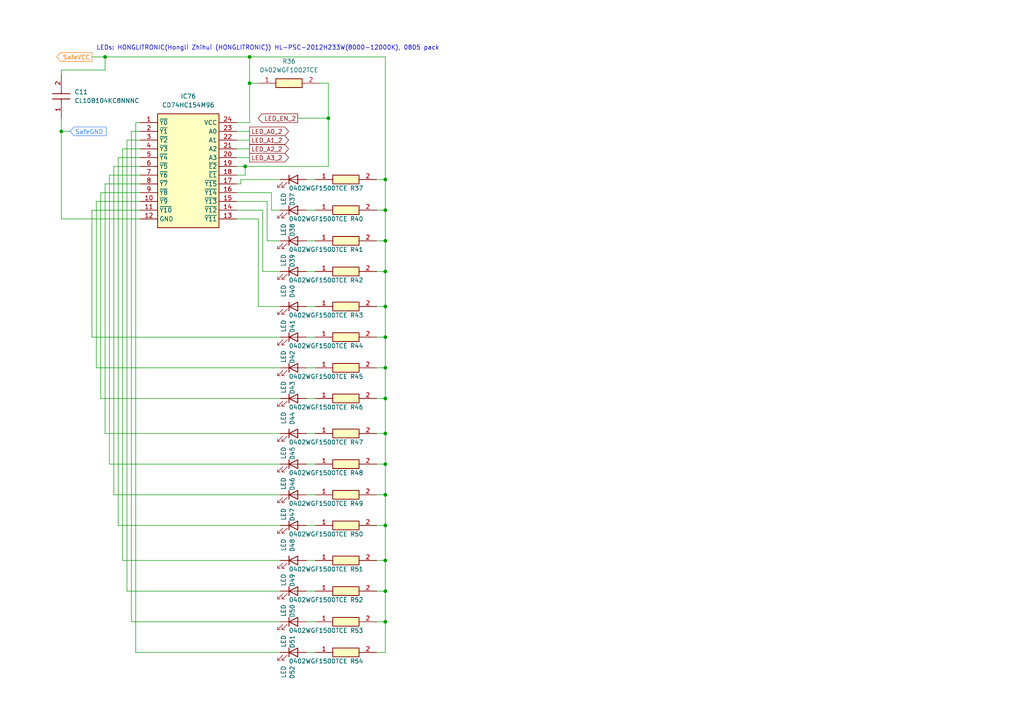
<source format=kicad_sch>
(kicad_sch (version 20250114) (generator "eeschema") (generator_version "9.0")
  (paper "A4")
  (title_block (title "ElectroChessboard") (company "Wojciech B") (comment 1 "Electronic chessboard") (comment 2 "Elektroniczna szachownica"))
  (lib_symbols
    (symbol "Device:LED" (pin_numbers (hide yes)) (pin_names (offset 1.016) (hide yes))
      (property "Reference" "D" (at 0 2.54 0))
      (property "Value" "LED" (at 0 -2.54 0))
      (symbol "LED_0_1"
        (polyline (pts (xy -3.048 -0.762) (xy -4.572 -2.286) (xy -3.81 -2.286) (xy -4.572 -2.286) (xy -4.572 -1.524)))
        (polyline (pts (xy -1.778 -0.762) (xy -3.302 -2.286) (xy -2.54 -2.286) (xy -3.302 -2.286) (xy -3.302 -1.524)))
        (polyline (pts (xy -1.27 0) (xy 1.27 0)))
        (polyline (pts (xy -1.27 -1.27) (xy -1.27 1.27)) (stroke (width 0.254)))
        (polyline (pts (xy 1.27 -1.27) (xy 1.27 1.27) (xy -1.27 0) (xy 1.27 -1.27)) (stroke (width 0.254)))
      )
      (symbol "LED_1_1"
        (pin passive line (at -3.81 0 0) (length 2.54) (name "K") (number "1"))
        (pin passive line (at 3.81 0 180) (length 2.54) (name "A") (number "2"))
      )
    )
    (symbol "SamacSys_Parts:0402WGF1002TCE" (pin_names (hide yes))
      (property "Reference" "R" (at 13.97 6.35 0))
      (property "Value" "0402WGF1002TCE" (at 13.97 3.81 0))
      (symbol "0402WGF1002TCE_1_1"
        (rectangle (start 5.08 1.27) (end 12.7 -1.27) (stroke (width 0.254)) (fill (type background)))
        (pin passive line (at 0 0 0) (length 5.08) (name "1") (number "1"))
        (pin passive line (at 17.78 0 180) (length 5.08) (name "2") (number "2"))
      )
    )
    (symbol "SamacSys_Parts:0402WGF1500TCE" (pin_names (hide yes))
      (property "Reference" "R" (at 13.97 6.35 0))
      (property "Value" "0402WGF1500TCE" (at 13.97 3.81 0))
      (symbol "0402WGF1500TCE_1_1"
        (rectangle (start 5.08 1.27) (end 12.7 -1.27) (stroke (width 0.254)) (fill (type background)))
        (pin passive line (at 0 0 0) (length 5.08) (name "1") (number "1"))
        (pin passive line (at 17.78 0 180) (length 5.08) (name "2") (number "2"))
      )
    )
    (symbol "SamacSys_Parts:CD74HC154M96"
      (property "Reference" "IC" (at 24.13 7.62 0))
      (property "Value" "CD74HC154M96" (at 24.13 5.08 0))
      (symbol "CD74HC154M96_1_1"
        (rectangle (start 5.08 2.54) (end 22.86 -30.48) (stroke (width 0.254)) (fill (type background)))
        (pin passive line (at 0 0 0) (length 5.08) (name "~{Y0}") (number "1"))
        (pin passive line (at 0 -2.54 0) (length 5.08) (name "~{Y1}") (number "2"))
        (pin passive line (at 0 -5.08 0) (length 5.08) (name "~{Y2}") (number "3"))
        (pin passive line (at 0 -7.62 0) (length 5.08) (name "~{Y3}") (number "4"))
        (pin passive line (at 0 -10.16 0) (length 5.08) (name "~{Y4}") (number "5"))
        (pin passive line (at 0 -12.7 0) (length 5.08) (name "~{Y5}") (number "6"))
        (pin passive line (at 0 -15.24 0) (length 5.08) (name "~{Y6}") (number "7"))
        (pin passive line (at 0 -17.78 0) (length 5.08) (name "~{Y7}") (number "8"))
        (pin passive line (at 0 -20.32 0) (length 5.08) (name "~{Y8}") (number "9"))
        (pin passive line (at 0 -22.86 0) (length 5.08) (name "~{Y9}") (number "10"))
        (pin passive line (at 0 -25.4 0) (length 5.08) (name "~{Y10}") (number "11"))
        (pin passive line (at 0 -27.94 0) (length 5.08) (name "GND") (number "12"))
        (pin passive line (at 27.94 0 180) (length 5.08) (name "VCC") (number "24"))
        (pin passive line (at 27.94 -2.54 180) (length 5.08) (name "A0") (number "23"))
        (pin passive line (at 27.94 -5.08 180) (length 5.08) (name "A1") (number "22"))
        (pin passive line (at 27.94 -7.62 180) (length 5.08) (name "A2") (number "21"))
        (pin passive line (at 27.94 -10.16 180) (length 5.08) (name "A3") (number "20"))
        (pin passive line (at 27.94 -12.7 180) (length 5.08) (name "~{E2}") (number "19"))
        (pin passive line (at 27.94 -15.24 180) (length 5.08) (name "~{E1}") (number "18"))
        (pin passive line (at 27.94 -17.78 180) (length 5.08) (name "~{Y15}") (number "17"))
        (pin passive line (at 27.94 -20.32 180) (length 5.08) (name "~{Y14}") (number "16"))
        (pin passive line (at 27.94 -22.86 180) (length 5.08) (name "~{Y13}") (number "15"))
        (pin passive line (at 27.94 -25.4 180) (length 5.08) (name "~{Y12}") (number "14"))
        (pin passive line (at 27.94 -27.94 180) (length 5.08) (name "~{Y11}") (number "13"))
      )
    )
    (symbol "SamacSys_Parts:CL10B104KC8NNNC" (pin_names (hide yes))
      (property "Reference" "C" (at 8.89 6.35 0))
      (property "Value" "CL10B104KC8NNNC" (at 8.89 3.81 0))
      (symbol "CL10B104KC8NNNC_1_1"
        (polyline (pts (xy 5.08 0) (xy 5.588 0)) (stroke (width 0.254)))
        (polyline (pts (xy 5.588 2.54) (xy 5.588 -2.54)) (stroke (width 0.254)))
        (polyline (pts (xy 7.112 2.54) (xy 7.112 -2.54)) (stroke (width 0.254)))
        (polyline (pts (xy 7.112 0) (xy 7.62 0)) (stroke (width 0.254)))
        (pin passive line (at 0 0 0) (length 5.08) (name "1") (number "1"))
        (pin passive line (at 12.7 0 180) (length 5.08) (name "2") (number "2"))
      )
    )
  )
  (text "LEDs: HONGLITRONIC(Hongli Zhihui (HONGLITRONIC)) HL-PSC-2012H233W(8000-12000K), 0805 pack" (at 27.94 13.97 0) (effects (font (size 1.27 1.27)) (justify left)))
  (junction (at 111.76 152.4))
  (junction (at 111.76 69.85))
  (junction (at 111.76 97.79))
  (junction (at 111.76 171.45))
  (junction (at 111.76 106.68))
  (junction (at 17.78 38.1))
  (junction (at 111.76 60.96))
  (junction (at 111.76 52.07))
  (junction (at 95.25 34.29))
  (junction (at 111.76 180.34))
  (junction (at 111.76 134.62))
  (junction (at 30.48 16.51))
  (junction (at 72.39 24.13))
  (junction (at 111.76 88.9))
  (junction (at 111.76 143.51))
  (junction (at 111.76 78.74))
  (junction (at 72.39 16.51))
  (junction (at 111.76 125.73))
  (junction (at 111.76 115.57))
  (junction (at 111.76 162.56))
  (junction (at 71.12 48.26))
  (wire (pts (xy 17.78 20.32) (xy 17.78 21.59)))
  (wire (pts (xy 69.85 52.07) (xy 69.85 53.34)))
  (wire (pts (xy 111.76 106.68) (xy 111.76 115.57)))
  (wire (pts (xy 111.76 189.23) (xy 109.22 189.23)))
  (wire (pts (xy 91.44 171.45) (xy 88.9 171.45)))
  (wire (pts (xy 109.22 52.07) (xy 111.76 52.07)))
  (wire (pts (xy 91.44 162.56) (xy 88.9 162.56)))
  (wire (pts (xy 111.76 78.74) (xy 111.76 88.9)))
  (wire (pts (xy 111.76 97.79) (xy 111.76 106.68)))
  (wire (pts (xy 91.44 52.07) (xy 88.9 52.07)))
  (wire (pts (xy 40.64 53.34) (xy 30.48 53.34)))
  (wire (pts (xy 27.94 58.42) (xy 27.94 106.68)))
  (wire (pts (xy 31.75 134.62) (xy 81.28 134.62)))
  (wire (pts (xy 81.28 52.07) (xy 69.85 52.07)))
  (wire (pts (xy 111.76 88.9) (xy 111.76 97.79)))
  (wire (pts (xy 68.58 45.72) (xy 72.39 45.72)))
  (wire (pts (xy 111.76 143.51) (xy 111.76 152.4)))
  (wire (pts (xy 91.44 152.4) (xy 88.9 152.4)))
  (wire (pts (xy 40.64 50.8) (xy 31.75 50.8)))
  (wire (pts (xy 91.44 115.57) (xy 88.9 115.57)))
  (wire (pts (xy 71.12 50.8) (xy 71.12 48.26)))
  (wire (pts (xy 109.22 97.79) (xy 111.76 97.79)))
  (wire (pts (xy 34.29 45.72) (xy 34.29 152.4)))
  (wire (pts (xy 95.25 48.26) (xy 95.25 34.29)))
  (wire (pts (xy 78.74 60.96) (xy 78.74 55.88)))
  (wire (pts (xy 111.76 60.96) (xy 111.76 69.85)))
  (wire (pts (xy 95.25 34.29) (xy 95.25 24.13)))
  (wire (pts (xy 91.44 106.68) (xy 88.9 106.68)))
  (wire (pts (xy 38.1 38.1) (xy 38.1 180.34)))
  (wire (pts (xy 91.44 125.73) (xy 88.9 125.73)))
  (wire (pts (xy 109.22 162.56) (xy 111.76 162.56)))
  (wire (pts (xy 33.02 48.26) (xy 33.02 143.51)))
  (wire (pts (xy 109.22 115.57) (xy 111.76 115.57)))
  (wire (pts (xy 39.37 189.23) (xy 81.28 189.23)))
  (wire (pts (xy 17.78 38.1) (xy 20.32 38.1)))
  (wire (pts (xy 109.22 134.62) (xy 111.76 134.62)))
  (wire (pts (xy 111.76 180.34) (xy 111.76 189.23)))
  (wire (pts (xy 68.58 43.18) (xy 72.39 43.18)))
  (wire (pts (xy 77.47 58.42) (xy 68.58 58.42)))
  (wire (pts (xy 91.44 189.23) (xy 88.9 189.23)))
  (wire (pts (xy 69.85 53.34) (xy 68.58 53.34)))
  (wire (pts (xy 109.22 152.4) (xy 111.76 152.4)))
  (wire (pts (xy 71.12 48.26) (xy 95.25 48.26)))
  (wire (pts (xy 68.58 60.96) (xy 76.2 60.96)))
  (wire (pts (xy 72.39 16.51) (xy 111.76 16.51)))
  (wire (pts (xy 29.21 115.57) (xy 81.28 115.57)))
  (wire (pts (xy 31.75 50.8) (xy 31.75 134.62)))
  (wire (pts (xy 72.39 35.56) (xy 68.58 35.56)))
  (wire (pts (xy 111.76 134.62) (xy 111.76 143.51)))
  (wire (pts (xy 91.44 78.74) (xy 88.9 78.74)))
  (wire (pts (xy 111.76 115.57) (xy 111.76 125.73)))
  (wire (pts (xy 91.44 69.85) (xy 88.9 69.85)))
  (wire (pts (xy 111.76 16.51) (xy 111.76 52.07)))
  (wire (pts (xy 109.22 125.73) (xy 111.76 125.73)))
  (wire (pts (xy 109.22 60.96) (xy 111.76 60.96)))
  (wire (pts (xy 30.48 53.34) (xy 30.48 125.73)))
  (wire (pts (xy 35.56 162.56) (xy 81.28 162.56)))
  (wire (pts (xy 72.39 16.51) (xy 72.39 24.13)))
  (wire (pts (xy 39.37 35.56) (xy 39.37 189.23)))
  (wire (pts (xy 40.64 60.96) (xy 26.67 60.96)))
  (wire (pts (xy 26.67 16.51) (xy 30.48 16.51)))
  (wire (pts (xy 91.44 88.9) (xy 88.9 88.9)))
  (wire (pts (xy 68.58 40.64) (xy 72.39 40.64)))
  (wire (pts (xy 109.22 143.51) (xy 111.76 143.51)))
  (wire (pts (xy 26.67 60.96) (xy 26.67 97.79)))
  (wire (pts (xy 95.25 24.13) (xy 92.71 24.13)))
  (wire (pts (xy 109.22 69.85) (xy 111.76 69.85)))
  (wire (pts (xy 30.48 125.73) (xy 81.28 125.73)))
  (wire (pts (xy 17.78 38.1) (xy 17.78 63.5)))
  (wire (pts (xy 38.1 180.34) (xy 81.28 180.34)))
  (wire (pts (xy 72.39 24.13) (xy 72.39 35.56)))
  (wire (pts (xy 68.58 48.26) (xy 71.12 48.26)))
  (wire (pts (xy 77.47 69.85) (xy 77.47 58.42)))
  (wire (pts (xy 40.64 38.1) (xy 38.1 38.1)))
  (wire (pts (xy 81.28 69.85) (xy 77.47 69.85)))
  (wire (pts (xy 30.48 20.32) (xy 17.78 20.32)))
  (wire (pts (xy 36.83 40.64) (xy 36.83 171.45)))
  (wire (pts (xy 40.64 43.18) (xy 35.56 43.18)))
  (wire (pts (xy 109.22 171.45) (xy 111.76 171.45)))
  (wire (pts (xy 33.02 143.51) (xy 81.28 143.51)))
  (wire (pts (xy 40.64 58.42) (xy 27.94 58.42)))
  (wire (pts (xy 86.36 34.29) (xy 95.25 34.29)))
  (wire (pts (xy 91.44 180.34) (xy 88.9 180.34)))
  (wire (pts (xy 74.93 63.5) (xy 74.93 88.9)))
  (wire (pts (xy 40.64 45.72) (xy 34.29 45.72)))
  (wire (pts (xy 91.44 143.51) (xy 88.9 143.51)))
  (wire (pts (xy 40.64 55.88) (xy 29.21 55.88)))
  (wire (pts (xy 111.76 152.4) (xy 111.76 162.56)))
  (wire (pts (xy 91.44 97.79) (xy 88.9 97.79)))
  (wire (pts (xy 76.2 78.74) (xy 81.28 78.74)))
  (wire (pts (xy 109.22 78.74) (xy 111.76 78.74)))
  (wire (pts (xy 111.76 171.45) (xy 111.76 180.34)))
  (wire (pts (xy 17.78 63.5) (xy 40.64 63.5)))
  (wire (pts (xy 40.64 40.64) (xy 36.83 40.64)))
  (wire (pts (xy 76.2 60.96) (xy 76.2 78.74)))
  (wire (pts (xy 74.93 88.9) (xy 81.28 88.9)))
  (wire (pts (xy 36.83 171.45) (xy 81.28 171.45)))
  (wire (pts (xy 109.22 106.68) (xy 111.76 106.68)))
  (wire (pts (xy 78.74 55.88) (xy 68.58 55.88)))
  (wire (pts (xy 27.94 106.68) (xy 81.28 106.68)))
  (wire (pts (xy 35.56 43.18) (xy 35.56 162.56)))
  (wire (pts (xy 109.22 88.9) (xy 111.76 88.9)))
  (wire (pts (xy 26.67 97.79) (xy 81.28 97.79)))
  (wire (pts (xy 17.78 34.29) (xy 17.78 38.1)))
  (wire (pts (xy 111.76 69.85) (xy 111.76 78.74)))
  (wire (pts (xy 72.39 24.13) (xy 74.93 24.13)))
  (wire (pts (xy 111.76 162.56) (xy 111.76 171.45)))
  (wire (pts (xy 68.58 63.5) (xy 74.93 63.5)))
  (wire (pts (xy 29.21 55.88) (xy 29.21 115.57)))
  (wire (pts (xy 68.58 38.1) (xy 72.39 38.1)))
  (wire (pts (xy 34.29 152.4) (xy 81.28 152.4)))
  (wire (pts (xy 109.22 180.34) (xy 111.76 180.34)))
  (wire (pts (xy 40.64 48.26) (xy 33.02 48.26)))
  (wire (pts (xy 68.58 50.8) (xy 71.12 50.8)))
  (wire (pts (xy 81.28 60.96) (xy 78.74 60.96)))
  (wire (pts (xy 30.48 16.51) (xy 30.48 20.32)))
  (wire (pts (xy 91.44 60.96) (xy 88.9 60.96)))
  (wire (pts (xy 111.76 52.07) (xy 111.76 60.96)))
  (wire (pts (xy 91.44 134.62) (xy 88.9 134.62)))
  (wire (pts (xy 111.76 125.73) (xy 111.76 134.62)))
  (wire (pts (xy 30.48 16.51) (xy 72.39 16.51)))
  (wire (pts (xy 40.64 35.56) (xy 39.37 35.56)))
  (global_label "LED_A2_2" (shape output) (at 72.39 43.18 0) (property "Intersheetrefs" "${INTERSHEET_REFS}" (effects (hide yes))))
  (global_label "LED_A0_2" (shape output) (at 72.39 38.1 0) (property "Intersheetrefs" "${INTERSHEET_REFS}" (effects (hide yes))))
  (global_label "LED_A3_2" (shape output) (at 72.39 45.72 0) (property "Intersheetrefs" "${INTERSHEET_REFS}" (effects (hide yes))))
  (global_label "SafeVCC" (shape output) (at 26.67 16.51 180) (property "Intersheetrefs" "${INTERSHEET_REFS}" (effects (hide yes))))
  (global_label "LED_EN_2" (shape output) (at 86.36 34.29 180) (property "Intersheetrefs" "${INTERSHEET_REFS}" (effects (hide yes))))
  (global_label "LED_A1_2" (shape output) (at 72.39 40.64 0) (property "Intersheetrefs" "${INTERSHEET_REFS}" (effects (hide yes))))
  (global_label "SafeGND" (shape input) (at 20.32 38.1 0) (property "Intersheetrefs" "${INTERSHEET_REFS}" (effects (hide yes))))
  (symbol (lib_id "Device:LED") (at 85.09 115.57 0) (unit 1)
    (property "Reference" "D44" (at 84.7726 119.38 90) (effects (justify right)))
    (property "Value" "LED" (at 82.2326 119.38 90) (effects (justify right)))
    (property "Footprint" "LED_SMD:LED_0805_2012Metric" (effects (hide yes)))
    (property "Description" "Light emitting diode" (effects (hide yes)))
    (property "Sim.Pins" "1=K 2=A" (effects (hide yes)))
  )
  (symbol (lib_id "SamacSys_Parts:0402WGF1500TCE") (at 91.44 60.96 0) (unit 1)
    (property "Reference" "R40" (at 105.41 63.5 0) (effects (justify right)))
    (property "Value" "0402WGF1500TCE" (at 100.838 63.5 0) (effects (justify right)))
    (property "Footprint" "SamacSys_Parts:RESC1005X40N" (effects (hide yes)))
    (property "Datasheet" "https://datasheet.lcsc.com/szlcsc/Uniroyal-Elec-0402WGF1500TCE_C25082.pdf" (effects (hide yes)))
    (property "Description" "150ohms +/-1% 1/16W +/-100ppm/ 0402 Chip Resistor - Surface Mount RoHS" (effects (hide yes)))
    (property "Height" "0.4" (effects (hide yes)))
    (property "Manufacturer_Name" "UNI-ROYAL(Uniroyal Elec)" (effects (hide yes)))
    (property "Manufacturer_Part_Number" "0402WGF1500TCE" (effects (hide yes)))
  )
  (symbol (lib_id "Device:LED") (at 85.09 152.4 0) (unit 1)
    (property "Reference" "D48" (at 84.7726 156.21 90) (effects (justify right)))
    (property "Value" "LED" (at 82.2326 156.21 90) (effects (justify right)))
    (property "Footprint" "LED_SMD:LED_0805_2012Metric" (effects (hide yes)))
    (property "Description" "Light emitting diode" (effects (hide yes)))
    (property "Sim.Pins" "1=K 2=A" (effects (hide yes)))
  )
  (symbol (lib_id "SamacSys_Parts:0402WGF1500TCE") (at 91.44 106.68 0) (unit 1)
    (property "Reference" "R45" (at 105.41 109.22 0) (effects (justify right)))
    (property "Value" "0402WGF1500TCE" (at 100.838 109.22 0) (effects (justify right)))
    (property "Footprint" "SamacSys_Parts:RESC1005X40N" (effects (hide yes)))
    (property "Datasheet" "https://datasheet.lcsc.com/szlcsc/Uniroyal-Elec-0402WGF1500TCE_C25082.pdf" (effects (hide yes)))
    (property "Description" "150ohms +/-1% 1/16W +/-100ppm/ 0402 Chip Resistor - Surface Mount RoHS" (effects (hide yes)))
    (property "Height" "0.4" (effects (hide yes)))
    (property "Manufacturer_Name" "UNI-ROYAL(Uniroyal Elec)" (effects (hide yes)))
    (property "Manufacturer_Part_Number" "0402WGF1500TCE" (effects (hide yes)))
  )
  (symbol (lib_id "Device:LED") (at 85.09 125.73 0) (unit 1)
    (property "Reference" "D45" (at 84.7726 129.54 90) (effects (justify right)))
    (property "Value" "LED" (at 82.2326 129.54 90) (effects (justify right)))
    (property "Footprint" "LED_SMD:LED_0805_2012Metric" (effects (hide yes)))
    (property "Description" "Light emitting diode" (effects (hide yes)))
    (property "Sim.Pins" "1=K 2=A" (effects (hide yes)))
  )
  (symbol (lib_id "Device:LED") (at 85.09 162.56 0) (unit 1)
    (property "Reference" "D49" (at 84.7726 166.37 90) (effects (justify right)))
    (property "Value" "LED" (at 82.2326 166.37 90) (effects (justify right)))
    (property "Footprint" "LED_SMD:LED_0805_2012Metric" (effects (hide yes)))
    (property "Description" "Light emitting diode" (effects (hide yes)))
    (property "Sim.Pins" "1=K 2=A" (effects (hide yes)))
  )
  (symbol (lib_id "SamacSys_Parts:0402WGF1500TCE") (at 91.44 97.79 0) (unit 1)
    (property "Reference" "R44" (at 105.41 100.33 0) (effects (justify right)))
    (property "Value" "0402WGF1500TCE" (at 100.838 100.33 0) (effects (justify right)))
    (property "Footprint" "SamacSys_Parts:RESC1005X40N" (effects (hide yes)))
    (property "Datasheet" "https://datasheet.lcsc.com/szlcsc/Uniroyal-Elec-0402WGF1500TCE_C25082.pdf" (effects (hide yes)))
    (property "Description" "150ohms +/-1% 1/16W +/-100ppm/ 0402 Chip Resistor - Surface Mount RoHS" (effects (hide yes)))
    (property "Height" "0.4" (effects (hide yes)))
    (property "Manufacturer_Name" "UNI-ROYAL(Uniroyal Elec)" (effects (hide yes)))
    (property "Manufacturer_Part_Number" "0402WGF1500TCE" (effects (hide yes)))
  )
  (symbol (lib_id "Device:LED") (at 85.09 180.34 0) (unit 1)
    (property "Reference" "D51" (at 84.7726 184.15 90) (effects (justify right)))
    (property "Value" "LED" (at 82.2326 184.15 90) (effects (justify right)))
    (property "Footprint" "LED_SMD:LED_0805_2012Metric" (effects (hide yes)))
    (property "Description" "Light emitting diode" (effects (hide yes)))
    (property "Sim.Pins" "1=K 2=A" (effects (hide yes)))
  )
  (symbol (lib_id "Device:LED") (at 85.09 88.9 0) (unit 1)
    (property "Reference" "D41" (at 84.7726 92.71 90) (effects (justify right)))
    (property "Value" "LED" (at 82.2326 92.71 90) (effects (justify right)))
    (property "Footprint" "LED_SMD:LED_0805_2012Metric" (effects (hide yes)))
    (property "Description" "Light emitting diode" (effects (hide yes)))
    (property "Sim.Pins" "1=K 2=A" (effects (hide yes)))
  )
  (symbol (lib_id "Device:LED") (at 85.09 97.79 0) (unit 1)
    (property "Reference" "D42" (at 84.7726 101.6 90) (effects (justify right)))
    (property "Value" "LED" (at 82.2326 101.6 90) (effects (justify right)))
    (property "Footprint" "LED_SMD:LED_0805_2012Metric" (effects (hide yes)))
    (property "Description" "Light emitting diode" (effects (hide yes)))
    (property "Sim.Pins" "1=K 2=A" (effects (hide yes)))
  )
  (symbol (lib_id "SamacSys_Parts:0402WGF1500TCE") (at 91.44 52.07 0) (unit 1)
    (property "Reference" "R37" (at 105.41 54.61 0) (effects (justify right)))
    (property "Value" "0402WGF1500TCE" (at 100.838 54.61 0) (effects (justify right)))
    (property "Footprint" "SamacSys_Parts:RESC1005X40N" (effects (hide yes)))
    (property "Datasheet" "https://datasheet.lcsc.com/szlcsc/Uniroyal-Elec-0402WGF1500TCE_C25082.pdf" (effects (hide yes)))
    (property "Description" "150ohms +/-1% 1/16W +/-100ppm/ 0402 Chip Resistor - Surface Mount RoHS" (effects (hide yes)))
    (property "Height" "0.4" (effects (hide yes)))
    (property "Manufacturer_Name" "UNI-ROYAL(Uniroyal Elec)" (effects (hide yes)))
    (property "Manufacturer_Part_Number" "0402WGF1500TCE" (effects (hide yes)))
  )
  (symbol (lib_id "Device:LED") (at 85.09 106.68 0) (unit 1)
    (property "Reference" "D43" (at 84.7726 110.49 90) (effects (justify right)))
    (property "Value" "LED" (at 82.2326 110.49 90) (effects (justify right)))
    (property "Footprint" "LED_SMD:LED_0805_2012Metric" (effects (hide yes)))
    (property "Description" "Light emitting diode" (effects (hide yes)))
    (property "Sim.Pins" "1=K 2=A" (effects (hide yes)))
  )
  (symbol (lib_id "Device:LED") (at 85.09 189.23 0) (unit 1)
    (property "Reference" "D52" (at 84.7726 193.04 90) (effects (justify right)))
    (property "Value" "LED" (at 82.2326 193.04 90) (effects (justify right)))
    (property "Footprint" "LED_SMD:LED_0805_2012Metric" (effects (hide yes)))
    (property "Description" "Light emitting diode" (effects (hide yes)))
    (property "Sim.Pins" "1=K 2=A" (effects (hide yes)))
  )
  (symbol (lib_id "SamacSys_Parts:0402WGF1500TCE") (at 91.44 125.73 0) (unit 1)
    (property "Reference" "R47" (at 105.41 128.27 0) (effects (justify right)))
    (property "Value" "0402WGF1500TCE" (at 100.838 128.27 0) (effects (justify right)))
    (property "Footprint" "SamacSys_Parts:RESC1005X40N" (effects (hide yes)))
    (property "Datasheet" "https://datasheet.lcsc.com/szlcsc/Uniroyal-Elec-0402WGF1500TCE_C25082.pdf" (effects (hide yes)))
    (property "Description" "150ohms +/-1% 1/16W +/-100ppm/ 0402 Chip Resistor - Surface Mount RoHS" (effects (hide yes)))
    (property "Height" "0.4" (effects (hide yes)))
    (property "Manufacturer_Name" "UNI-ROYAL(Uniroyal Elec)" (effects (hide yes)))
    (property "Manufacturer_Part_Number" "0402WGF1500TCE" (effects (hide yes)))
  )
  (symbol (lib_id "Device:LED") (at 85.09 143.51 0) (unit 1)
    (property "Reference" "D47" (at 84.7726 147.32 90) (effects (justify right)))
    (property "Value" "LED" (at 82.2326 147.32 90) (effects (justify right)))
    (property "Footprint" "LED_SMD:LED_0805_2012Metric" (effects (hide yes)))
    (property "Description" "Light emitting diode" (effects (hide yes)))
    (property "Sim.Pins" "1=K 2=A" (effects (hide yes)))
  )
  (symbol (lib_id "SamacSys_Parts:0402WGF1500TCE") (at 91.44 143.51 0) (unit 1)
    (property "Reference" "R49" (at 105.41 146.05 0) (effects (justify right)))
    (property "Value" "0402WGF1500TCE" (at 100.838 146.05 0) (effects (justify right)))
    (property "Footprint" "SamacSys_Parts:RESC1005X40N" (effects (hide yes)))
    (property "Datasheet" "https://datasheet.lcsc.com/szlcsc/Uniroyal-Elec-0402WGF1500TCE_C25082.pdf" (effects (hide yes)))
    (property "Description" "150ohms +/-1% 1/16W +/-100ppm/ 0402 Chip Resistor - Surface Mount RoHS" (effects (hide yes)))
    (property "Height" "0.4" (effects (hide yes)))
    (property "Manufacturer_Name" "UNI-ROYAL(Uniroyal Elec)" (effects (hide yes)))
    (property "Manufacturer_Part_Number" "0402WGF1500TCE" (effects (hide yes)))
  )
  (symbol (lib_id "SamacSys_Parts:0402WGF1500TCE") (at 91.44 115.57 0) (unit 1)
    (property "Reference" "R46" (at 105.41 118.11 0) (effects (justify right)))
    (property "Value" "0402WGF1500TCE" (at 100.838 118.11 0) (effects (justify right)))
    (property "Footprint" "SamacSys_Parts:RESC1005X40N" (effects (hide yes)))
    (property "Datasheet" "https://datasheet.lcsc.com/szlcsc/Uniroyal-Elec-0402WGF1500TCE_C25082.pdf" (effects (hide yes)))
    (property "Description" "150ohms +/-1% 1/16W +/-100ppm/ 0402 Chip Resistor - Surface Mount RoHS" (effects (hide yes)))
    (property "Height" "0.4" (effects (hide yes)))
    (property "Manufacturer_Name" "UNI-ROYAL(Uniroyal Elec)" (effects (hide yes)))
    (property "Manufacturer_Part_Number" "0402WGF1500TCE" (effects (hide yes)))
  )
  (symbol (lib_id "SamacSys_Parts:CL10B104KC8NNNC") (at 17.78 34.29 90) (unit 1)
    (property "Reference" "C11" (at 21.59 26.6699 90) (effects (justify right)))
    (property "Value" "CL10B104KC8NNNC" (at 21.59 29.2099 90) (effects (justify right)))
    (property "Footprint" "SamacSys_Parts:CAPC1608X90N" (effects (hide yes)))
    (property "Datasheet" "https://datasheet.datasheetarchive.com/originals/distributors/DKDS-19/373511.pdf" (effects (hide yes)))
    (property "Description" "Samsung" (effects (hide yes)))
    (property "Height" "0.9" (effects (hide yes)))
    (property "Mouser Part Number" "187-CL10B104KC8NNNC" (effects (hide yes)))
    (property "Mouser Price/Stock" "https://www.mouser.co.uk/ProductDetail/Samsung-Electro-Mechanics/CL10B104KC8NNNC?qs=%2FukktrhNKsY5bKXvqblW4Q%3D%3D" (effects (hide yes)))
    (property "Manufacturer_Name" "SAMSUNG" (effects (hide yes)))
    (property "Manufacturer_Part_Number" "CL10B104KC8NNNC" (effects (hide yes)))
  )
  (symbol (lib_id "SamacSys_Parts:0402WGF1500TCE") (at 91.44 162.56 0) (unit 1)
    (property "Reference" "R51" (at 105.41 165.1 0) (effects (justify right)))
    (property "Value" "0402WGF1500TCE" (at 100.838 165.1 0) (effects (justify right)))
    (property "Footprint" "SamacSys_Parts:RESC1005X40N" (effects (hide yes)))
    (property "Datasheet" "https://datasheet.lcsc.com/szlcsc/Uniroyal-Elec-0402WGF1500TCE_C25082.pdf" (effects (hide yes)))
    (property "Description" "150ohms +/-1% 1/16W +/-100ppm/ 0402 Chip Resistor - Surface Mount RoHS" (effects (hide yes)))
    (property "Height" "0.4" (effects (hide yes)))
    (property "Manufacturer_Name" "UNI-ROYAL(Uniroyal Elec)" (effects (hide yes)))
    (property "Manufacturer_Part_Number" "0402WGF1500TCE" (effects (hide yes)))
  )
  (symbol (lib_id "SamacSys_Parts:0402WGF1500TCE") (at 91.44 180.34 0) (unit 1)
    (property "Reference" "R53" (at 105.41 182.88 0) (effects (justify right)))
    (property "Value" "0402WGF1500TCE" (at 100.838 182.88 0) (effects (justify right)))
    (property "Footprint" "SamacSys_Parts:RESC1005X40N" (effects (hide yes)))
    (property "Datasheet" "https://datasheet.lcsc.com/szlcsc/Uniroyal-Elec-0402WGF1500TCE_C25082.pdf" (effects (hide yes)))
    (property "Description" "150ohms +/-1% 1/16W +/-100ppm/ 0402 Chip Resistor - Surface Mount RoHS" (effects (hide yes)))
    (property "Height" "0.4" (effects (hide yes)))
    (property "Manufacturer_Name" "UNI-ROYAL(Uniroyal Elec)" (effects (hide yes)))
    (property "Manufacturer_Part_Number" "0402WGF1500TCE" (effects (hide yes)))
  )
  (symbol (lib_id "SamacSys_Parts:0402WGF1500TCE") (at 91.44 189.23 0) (unit 1)
    (property "Reference" "R54" (at 105.41 191.77 0) (effects (justify right)))
    (property "Value" "0402WGF1500TCE" (at 100.838 191.77 0) (effects (justify right)))
    (property "Footprint" "SamacSys_Parts:RESC1005X40N" (effects (hide yes)))
    (property "Datasheet" "https://datasheet.lcsc.com/szlcsc/Uniroyal-Elec-0402WGF1500TCE_C25082.pdf" (effects (hide yes)))
    (property "Description" "150ohms +/-1% 1/16W +/-100ppm/ 0402 Chip Resistor - Surface Mount RoHS" (effects (hide yes)))
    (property "Height" "0.4" (effects (hide yes)))
    (property "Manufacturer_Name" "UNI-ROYAL(Uniroyal Elec)" (effects (hide yes)))
    (property "Manufacturer_Part_Number" "0402WGF1500TCE" (effects (hide yes)))
  )
  (symbol (lib_id "SamacSys_Parts:0402WGF1500TCE") (at 91.44 152.4 0) (unit 1)
    (property "Reference" "R50" (at 105.41 154.94 0) (effects (justify right)))
    (property "Value" "0402WGF1500TCE" (at 100.838 154.94 0) (effects (justify right)))
    (property "Footprint" "SamacSys_Parts:RESC1005X40N" (effects (hide yes)))
    (property "Datasheet" "https://datasheet.lcsc.com/szlcsc/Uniroyal-Elec-0402WGF1500TCE_C25082.pdf" (effects (hide yes)))
    (property "Description" "150ohms +/-1% 1/16W +/-100ppm/ 0402 Chip Resistor - Surface Mount RoHS" (effects (hide yes)))
    (property "Height" "0.4" (effects (hide yes)))
    (property "Manufacturer_Name" "UNI-ROYAL(Uniroyal Elec)" (effects (hide yes)))
    (property "Manufacturer_Part_Number" "0402WGF1500TCE" (effects (hide yes)))
  )
  (symbol (lib_id "Device:LED") (at 85.09 78.74 0) (unit 1)
    (property "Reference" "D40" (at 84.7726 82.55 90) (effects (justify right)))
    (property "Value" "LED" (at 82.2326 82.55 90) (effects (justify right)))
    (property "Footprint" "LED_SMD:LED_0805_2012Metric" (effects (hide yes)))
    (property "Description" "Light emitting diode" (effects (hide yes)))
    (property "Sim.Pins" "1=K 2=A" (effects (hide yes)))
  )
  (symbol (lib_id "Device:LED") (at 85.09 134.62 0) (unit 1)
    (property "Reference" "D46" (at 84.7726 138.43 90) (effects (justify right)))
    (property "Value" "LED" (at 82.2326 138.43 90) (effects (justify right)))
    (property "Footprint" "LED_SMD:LED_0805_2012Metric" (effects (hide yes)))
    (property "Description" "Light emitting diode" (effects (hide yes)))
    (property "Sim.Pins" "1=K 2=A" (effects (hide yes)))
  )
  (symbol (lib_id "SamacSys_Parts:0402WGF1002TCE") (at 74.93 24.13 0) (unit 1)
    (property "Reference" "R36" (at 83.82 17.78 0))
    (property "Value" "0402WGF1002TCE" (at 83.82 20.32 0))
    (property "Footprint" "SamacSys_Parts:RESC1005X40N" (effects (hide yes)))
    (property "Datasheet" "https://www.mouser.ca/datasheet/2/1365/1-3044649.pdf" (effects (hide yes)))
    (property "Description" "Thick Film Resistors - SMD 0402 1/16W 1% 10K T/R-10000" (effects (hide yes)))
    (property "Height" "0.4" (effects (hide yes)))
    (property "Mouser Part Number" "303-0402WGF1002TCE" (effects (hide yes)))
    (property "Mouser Price/Stock" "https://www.mouser.co.uk/ProductDetail/Royalohm/0402WGF1002TCE?qs=e8oIoAS2J1T9%2FSfQTy4YqQ%3D%3D" (effects (hide yes)))
    (property "Manufacturer_Name" "ROYALOHM" (effects (hide yes)))
    (property "Manufacturer_Part_Number" "0402WGF1002TCE" (effects (hide yes)))
  )
  (symbol (lib_id "Device:LED") (at 85.09 52.07 0) (unit 1)
    (property "Reference" "D37" (at 84.7726 55.88 90) (effects (justify right)))
    (property "Value" "LED" (at 82.2326 55.88 90) (effects (justify right)))
    (property "Footprint" "LED_SMD:LED_0805_2012Metric" (effects (hide yes)))
    (property "Description" "Light emitting diode" (effects (hide yes)))
    (property "Sim.Pins" "1=K 2=A" (effects (hide yes)))
  )
  (symbol (lib_id "Device:LED") (at 85.09 171.45 0) (unit 1)
    (property "Reference" "D50" (at 84.7726 175.26 90) (effects (justify right)))
    (property "Value" "LED" (at 82.2326 175.26 90) (effects (justify right)))
    (property "Footprint" "LED_SMD:LED_0805_2012Metric" (effects (hide yes)))
    (property "Description" "Light emitting diode" (effects (hide yes)))
    (property "Sim.Pins" "1=K 2=A" (effects (hide yes)))
  )
  (symbol (lib_id "SamacSys_Parts:0402WGF1500TCE") (at 91.44 88.9 0) (unit 1)
    (property "Reference" "R43" (at 105.41 91.44 0) (effects (justify right)))
    (property "Value" "0402WGF1500TCE" (at 100.838 91.44 0) (effects (justify right)))
    (property "Footprint" "SamacSys_Parts:RESC1005X40N" (effects (hide yes)))
    (property "Datasheet" "https://datasheet.lcsc.com/szlcsc/Uniroyal-Elec-0402WGF1500TCE_C25082.pdf" (effects (hide yes)))
    (property "Description" "150ohms +/-1% 1/16W +/-100ppm/ 0402 Chip Resistor - Surface Mount RoHS" (effects (hide yes)))
    (property "Height" "0.4" (effects (hide yes)))
    (property "Manufacturer_Name" "UNI-ROYAL(Uniroyal Elec)" (effects (hide yes)))
    (property "Manufacturer_Part_Number" "0402WGF1500TCE" (effects (hide yes)))
  )
  (symbol (lib_id "SamacSys_Parts:0402WGF1500TCE") (at 91.44 134.62 0) (unit 1)
    (property "Reference" "R48" (at 105.41 137.16 0) (effects (justify right)))
    (property "Value" "0402WGF1500TCE" (at 100.838 137.16 0) (effects (justify right)))
    (property "Footprint" "SamacSys_Parts:RESC1005X40N" (effects (hide yes)))
    (property "Datasheet" "https://datasheet.lcsc.com/szlcsc/Uniroyal-Elec-0402WGF1500TCE_C25082.pdf" (effects (hide yes)))
    (property "Description" "150ohms +/-1% 1/16W +/-100ppm/ 0402 Chip Resistor - Surface Mount RoHS" (effects (hide yes)))
    (property "Height" "0.4" (effects (hide yes)))
    (property "Manufacturer_Name" "UNI-ROYAL(Uniroyal Elec)" (effects (hide yes)))
    (property "Manufacturer_Part_Number" "0402WGF1500TCE" (effects (hide yes)))
  )
  (symbol (lib_id "SamacSys_Parts:0402WGF1500TCE") (at 91.44 171.45 0) (unit 1)
    (property "Reference" "R52" (at 105.41 173.99 0) (effects (justify right)))
    (property "Value" "0402WGF1500TCE" (at 100.838 173.99 0) (effects (justify right)))
    (property "Footprint" "SamacSys_Parts:RESC1005X40N" (effects (hide yes)))
    (property "Datasheet" "https://datasheet.lcsc.com/szlcsc/Uniroyal-Elec-0402WGF1500TCE_C25082.pdf" (effects (hide yes)))
    (property "Description" "150ohms +/-1% 1/16W +/-100ppm/ 0402 Chip Resistor - Surface Mount RoHS" (effects (hide yes)))
    (property "Height" "0.4" (effects (hide yes)))
    (property "Manufacturer_Name" "UNI-ROYAL(Uniroyal Elec)" (effects (hide yes)))
    (property "Manufacturer_Part_Number" "0402WGF1500TCE" (effects (hide yes)))
  )
  (symbol (lib_id "SamacSys_Parts:CD74HC154M96") (at 40.64 35.56 0) (unit 1)
    (property "Reference" "IC76" (at 54.61 27.94 0))
    (property "Value" "CD74HC154M96" (at 54.61 30.48 0))
    (property "Footprint" "SamacSys_Parts:SOIC127P1030X265-24N" (effects (hide yes)))
    (property "Datasheet" "http://www.ti.com/lit/gpn/cd74hc154" (effects (hide yes)))
    (property "Description" "High Speed CMOS Logic 4-to-16 Line Decoder/Demultiplexer" (effects (hide yes)))
    (property "Height" "2.65" (effects (hide yes)))
    (property "Mouser Part Number" "595-CD74HC154M96" (effects (hide yes)))
    (property "Mouser Price/Stock" "https://www.mouser.co.uk/ProductDetail/Texas-Instruments/CD74HC154M96?qs=YxwvVplHM%2FnR3vJab0%252BPQw%3D%3D" (effects (hide yes)))
    (property "Manufacturer_Name" "Texas Instruments" (effects (hide yes)))
    (property "Manufacturer_Part_Number" "CD74HC154M96" (effects (hide yes)))
  )
  (symbol (lib_id "Device:LED") (at 85.09 69.85 0) (unit 1)
    (property "Reference" "D39" (at 84.7726 73.66 90) (effects (justify right)))
    (property "Value" "LED" (at 82.2326 73.66 90) (effects (justify right)))
    (property "Footprint" "LED_SMD:LED_0805_2012Metric" (effects (hide yes)))
    (property "Description" "Light emitting diode" (effects (hide yes)))
    (property "Sim.Pins" "1=K 2=A" (effects (hide yes)))
  )
  (symbol (lib_id "SamacSys_Parts:0402WGF1500TCE") (at 91.44 69.85 0) (unit 1)
    (property "Reference" "R41" (at 105.41 72.39 0) (effects (justify right)))
    (property "Value" "0402WGF1500TCE" (at 100.838 72.39 0) (effects (justify right)))
    (property "Footprint" "SamacSys_Parts:RESC1005X40N" (effects (hide yes)))
    (property "Datasheet" "https://datasheet.lcsc.com/szlcsc/Uniroyal-Elec-0402WGF1500TCE_C25082.pdf" (effects (hide yes)))
    (property "Description" "150ohms +/-1% 1/16W +/-100ppm/ 0402 Chip Resistor - Surface Mount RoHS" (effects (hide yes)))
    (property "Height" "0.4" (effects (hide yes)))
    (property "Manufacturer_Name" "UNI-ROYAL(Uniroyal Elec)" (effects (hide yes)))
    (property "Manufacturer_Part_Number" "0402WGF1500TCE" (effects (hide yes)))
  )
  (symbol (lib_id "SamacSys_Parts:0402WGF1500TCE") (at 91.44 78.74 0) (unit 1)
    (property "Reference" "R42" (at 105.41 81.28 0) (effects (justify right)))
    (property "Value" "0402WGF1500TCE" (at 100.838 81.28 0) (effects (justify right)))
    (property "Footprint" "SamacSys_Parts:RESC1005X40N" (effects (hide yes)))
    (property "Datasheet" "https://datasheet.lcsc.com/szlcsc/Uniroyal-Elec-0402WGF1500TCE_C25082.pdf" (effects (hide yes)))
    (property "Description" "150ohms +/-1% 1/16W +/-100ppm/ 0402 Chip Resistor - Surface Mount RoHS" (effects (hide yes)))
    (property "Height" "0.4" (effects (hide yes)))
    (property "Manufacturer_Name" "UNI-ROYAL(Uniroyal Elec)" (effects (hide yes)))
    (property "Manufacturer_Part_Number" "0402WGF1500TCE" (effects (hide yes)))
  )
  (symbol (lib_id "Device:LED") (at 85.09 60.96 0) (unit 1)
    (property "Reference" "D38" (at 84.7726 64.77 90) (effects (justify right)))
    (property "Value" "LED" (at 82.2326 64.77 90) (effects (justify right)))
    (property "Footprint" "LED_SMD:LED_0805_2012Metric" (effects (hide yes)))
    (property "Description" "Light emitting diode" (effects (hide yes)))
    (property "Sim.Pins" "1=K 2=A" (effects (hide yes)))
  )
)
</source>
